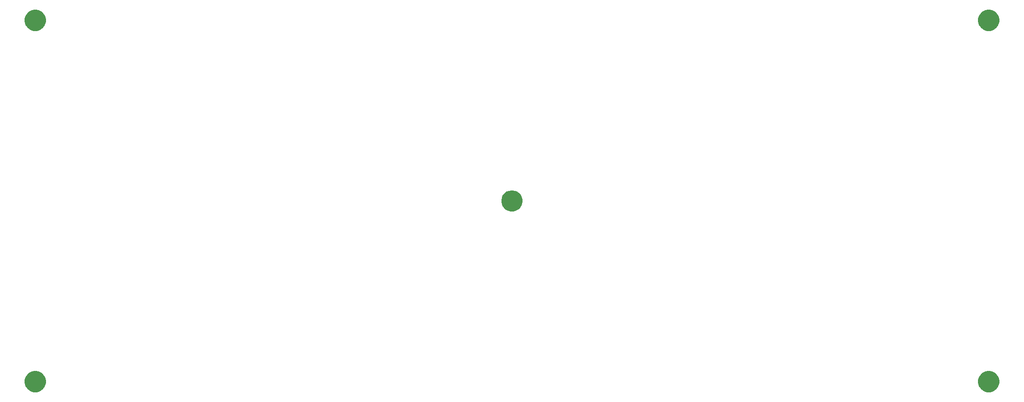
<source format=gbr>
G04 #@! TF.GenerationSoftware,KiCad,Pcbnew,(5.1.4)-1*
G04 #@! TF.CreationDate,2020-10-26T08:06:33-07:00*
G04 #@! TF.ProjectId,bottom plate,626f7474-6f6d-4207-906c-6174652e6b69,rev?*
G04 #@! TF.SameCoordinates,Original*
G04 #@! TF.FileFunction,Soldermask,Bot*
G04 #@! TF.FilePolarity,Negative*
%FSLAX46Y46*%
G04 Gerber Fmt 4.6, Leading zero omitted, Abs format (unit mm)*
G04 Created by KiCad (PCBNEW (5.1.4)-1) date 2020-10-26 08:06:33*
%MOMM*%
%LPD*%
G04 APERTURE LIST*
%ADD10C,0.100000*%
G04 APERTURE END LIST*
D10*
G36*
X22823254Y-88515318D02*
G01*
X23196511Y-88669926D01*
X23196513Y-88669927D01*
X23532436Y-88894384D01*
X23818116Y-89180064D01*
X24042113Y-89515298D01*
X24042574Y-89515989D01*
X24197182Y-89889246D01*
X24276000Y-90285493D01*
X24276000Y-90689507D01*
X24197182Y-91085754D01*
X24085398Y-91355624D01*
X24042573Y-91459013D01*
X23818116Y-91794936D01*
X23532436Y-92080616D01*
X23196513Y-92305073D01*
X23196512Y-92305074D01*
X23196511Y-92305074D01*
X22823254Y-92459682D01*
X22427007Y-92538500D01*
X22022993Y-92538500D01*
X21626746Y-92459682D01*
X21253489Y-92305074D01*
X21253488Y-92305074D01*
X21253487Y-92305073D01*
X20917564Y-92080616D01*
X20631884Y-91794936D01*
X20407427Y-91459013D01*
X20364602Y-91355624D01*
X20252818Y-91085754D01*
X20174000Y-90689507D01*
X20174000Y-90285493D01*
X20252818Y-89889246D01*
X20407426Y-89515989D01*
X20407888Y-89515298D01*
X20631884Y-89180064D01*
X20917564Y-88894384D01*
X21253487Y-88669927D01*
X21253489Y-88669926D01*
X21626746Y-88515318D01*
X22022993Y-88436500D01*
X22427007Y-88436500D01*
X22823254Y-88515318D01*
X22823254Y-88515318D01*
G37*
G36*
X206973254Y-88515318D02*
G01*
X207346511Y-88669926D01*
X207346513Y-88669927D01*
X207682436Y-88894384D01*
X207968116Y-89180064D01*
X208192113Y-89515298D01*
X208192574Y-89515989D01*
X208347182Y-89889246D01*
X208426000Y-90285493D01*
X208426000Y-90689507D01*
X208347182Y-91085754D01*
X208235398Y-91355624D01*
X208192573Y-91459013D01*
X207968116Y-91794936D01*
X207682436Y-92080616D01*
X207346513Y-92305073D01*
X207346512Y-92305074D01*
X207346511Y-92305074D01*
X206973254Y-92459682D01*
X206577007Y-92538500D01*
X206172993Y-92538500D01*
X205776746Y-92459682D01*
X205403489Y-92305074D01*
X205403488Y-92305074D01*
X205403487Y-92305073D01*
X205067564Y-92080616D01*
X204781884Y-91794936D01*
X204557427Y-91459013D01*
X204514602Y-91355624D01*
X204402818Y-91085754D01*
X204324000Y-90689507D01*
X204324000Y-90285493D01*
X204402818Y-89889246D01*
X204557426Y-89515989D01*
X204557888Y-89515298D01*
X204781884Y-89180064D01*
X205067564Y-88894384D01*
X205403487Y-88669927D01*
X205403489Y-88669926D01*
X205776746Y-88515318D01*
X206172993Y-88436500D01*
X206577007Y-88436500D01*
X206973254Y-88515318D01*
X206973254Y-88515318D01*
G37*
G36*
X114898254Y-53590318D02*
G01*
X115271511Y-53744926D01*
X115271513Y-53744927D01*
X115607436Y-53969384D01*
X115893116Y-54255064D01*
X116117113Y-54590298D01*
X116117574Y-54590989D01*
X116272182Y-54964246D01*
X116351000Y-55360493D01*
X116351000Y-55764507D01*
X116272182Y-56160754D01*
X116160398Y-56430624D01*
X116117573Y-56534013D01*
X115893116Y-56869936D01*
X115607436Y-57155616D01*
X115271513Y-57380073D01*
X115271512Y-57380074D01*
X115271511Y-57380074D01*
X114898254Y-57534682D01*
X114502007Y-57613500D01*
X114097993Y-57613500D01*
X113701746Y-57534682D01*
X113328489Y-57380074D01*
X113328488Y-57380074D01*
X113328487Y-57380073D01*
X112992564Y-57155616D01*
X112706884Y-56869936D01*
X112482427Y-56534013D01*
X112439602Y-56430624D01*
X112327818Y-56160754D01*
X112249000Y-55764507D01*
X112249000Y-55360493D01*
X112327818Y-54964246D01*
X112482426Y-54590989D01*
X112482888Y-54590298D01*
X112706884Y-54255064D01*
X112992564Y-53969384D01*
X113328487Y-53744927D01*
X113328489Y-53744926D01*
X113701746Y-53590318D01*
X114097993Y-53511500D01*
X114502007Y-53511500D01*
X114898254Y-53590318D01*
X114898254Y-53590318D01*
G37*
G36*
X22823254Y-18665318D02*
G01*
X23196511Y-18819926D01*
X23196513Y-18819927D01*
X23532436Y-19044384D01*
X23818116Y-19330064D01*
X24042113Y-19665298D01*
X24042574Y-19665989D01*
X24197182Y-20039246D01*
X24276000Y-20435493D01*
X24276000Y-20839507D01*
X24197182Y-21235754D01*
X24085398Y-21505624D01*
X24042573Y-21609013D01*
X23818116Y-21944936D01*
X23532436Y-22230616D01*
X23196513Y-22455073D01*
X23196512Y-22455074D01*
X23196511Y-22455074D01*
X22823254Y-22609682D01*
X22427007Y-22688500D01*
X22022993Y-22688500D01*
X21626746Y-22609682D01*
X21253489Y-22455074D01*
X21253488Y-22455074D01*
X21253487Y-22455073D01*
X20917564Y-22230616D01*
X20631884Y-21944936D01*
X20407427Y-21609013D01*
X20364602Y-21505624D01*
X20252818Y-21235754D01*
X20174000Y-20839507D01*
X20174000Y-20435493D01*
X20252818Y-20039246D01*
X20407426Y-19665989D01*
X20407888Y-19665298D01*
X20631884Y-19330064D01*
X20917564Y-19044384D01*
X21253487Y-18819927D01*
X21253489Y-18819926D01*
X21626746Y-18665318D01*
X22022993Y-18586500D01*
X22427007Y-18586500D01*
X22823254Y-18665318D01*
X22823254Y-18665318D01*
G37*
G36*
X206973254Y-18665318D02*
G01*
X207346511Y-18819926D01*
X207346513Y-18819927D01*
X207682436Y-19044384D01*
X207968116Y-19330064D01*
X208192113Y-19665298D01*
X208192574Y-19665989D01*
X208347182Y-20039246D01*
X208426000Y-20435493D01*
X208426000Y-20839507D01*
X208347182Y-21235754D01*
X208235398Y-21505624D01*
X208192573Y-21609013D01*
X207968116Y-21944936D01*
X207682436Y-22230616D01*
X207346513Y-22455073D01*
X207346512Y-22455074D01*
X207346511Y-22455074D01*
X206973254Y-22609682D01*
X206577007Y-22688500D01*
X206172993Y-22688500D01*
X205776746Y-22609682D01*
X205403489Y-22455074D01*
X205403488Y-22455074D01*
X205403487Y-22455073D01*
X205067564Y-22230616D01*
X204781884Y-21944936D01*
X204557427Y-21609013D01*
X204514602Y-21505624D01*
X204402818Y-21235754D01*
X204324000Y-20839507D01*
X204324000Y-20435493D01*
X204402818Y-20039246D01*
X204557426Y-19665989D01*
X204557888Y-19665298D01*
X204781884Y-19330064D01*
X205067564Y-19044384D01*
X205403487Y-18819927D01*
X205403489Y-18819926D01*
X205776746Y-18665318D01*
X206172993Y-18586500D01*
X206577007Y-18586500D01*
X206973254Y-18665318D01*
X206973254Y-18665318D01*
G37*
M02*

</source>
